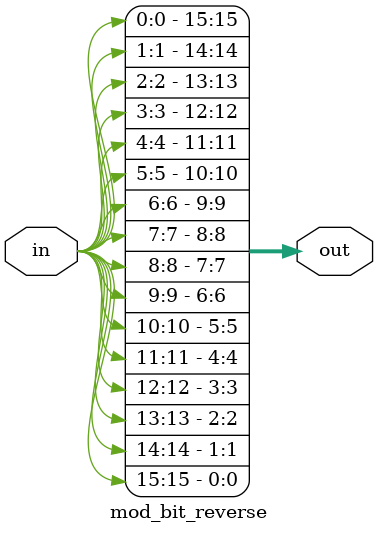
<source format=v>

module colorsRGB(
    input clk,
	 input wire [7:0]clr_red,
	 input wire [7:0]clr_green,
	 input wire [7:0]clr_blue,
	 output data
    );

wire [15:0]w_num;
wire w_req;
wire w_sync;

wire [7:0]red;
wire [7:0]green;
wire [7:0]blue;
mod_bit_reverse #(.NUM_BITS(8)) my_reverse_module1( .in(clr_red),   .out(red) );
mod_bit_reverse #(.NUM_BITS(8)) my_reverse_module2( .in(clr_green), .out(green) );
mod_bit_reverse #(.NUM_BITS(8)) my_reverse_module3( .in(clr_blue),  .out(blue) );

wire [23:0]next_rgb;
assign next_rgb = 
	w_num<85  ? { blue,  8'h00, 8'h00 } :
	w_num<190 ? { 8'h00, red,   8'h00 } :
					{ 8'h00, 8'h00, green } ;

reg  [23:0]rgb = 0;
always @(posedge clk )
	if( w_req )
	begin
			rgb <= w_sync ? 0 : next_rgb;
	end

LED_tape #( .NUM_LEDS(256), .NUM_RESET_LEDS(10) ) uut(
    .clk( clk ),
    .RGB( rgb ) ,
    .data( data ),
    .num( w_num ),
	 .sync( w_sync ),
    .req( w_req )
    );
	 
endmodule

module mod_bit_reverse( in, out );
parameter NUM_BITS = 16;
input wire [NUM_BITS-1:0]in;
output wire [NUM_BITS-1:0]out;
genvar i;
generate
  for(i=0; i<NUM_BITS; i=i+1)
  begin : x
    assign out[NUM_BITS-1-i] = in[i];
  end
endgenerate
endmodule

</source>
